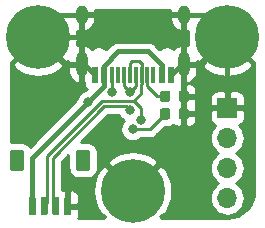
<source format=gtl>
G04 #@! TF.GenerationSoftware,KiCad,Pcbnew,(5.1.4)-1*
G04 #@! TF.CreationDate,2020-02-17T01:36:26-08:00*
G04 #@! TF.ProjectId,daughterboard,64617567-6874-4657-9262-6f6172642e6b,rev?*
G04 #@! TF.SameCoordinates,Original*
G04 #@! TF.FileFunction,Copper,L1,Top*
G04 #@! TF.FilePolarity,Positive*
%FSLAX46Y46*%
G04 Gerber Fmt 4.6, Leading zero omitted, Abs format (unit mm)*
G04 Created by KiCad (PCBNEW (5.1.4)-1) date 2020-02-17 01:36:26*
%MOMM*%
%LPD*%
G04 APERTURE LIST*
%ADD10R,0.600000X1.450000*%
%ADD11R,0.300000X1.450000*%
%ADD12O,1.000000X2.100000*%
%ADD13O,1.000000X1.600000*%
%ADD14C,0.800000*%
%ADD15C,5.400000*%
%ADD16C,0.100000*%
%ADD17C,0.875000*%
%ADD18R,1.700000X1.700000*%
%ADD19O,1.700000X1.700000*%
%ADD20C,0.600000*%
%ADD21C,1.200000*%
%ADD22C,0.381000*%
%ADD23C,0.254000*%
G04 APERTURE END LIST*
D10*
X7775000Y-6195000D03*
X14225000Y-6195000D03*
X8550000Y-6195000D03*
X13450000Y-6195000D03*
D11*
X12750000Y-6195000D03*
X9250000Y-6195000D03*
X12250000Y-6195000D03*
X9750000Y-6195000D03*
X11750000Y-6195000D03*
X10250000Y-6195000D03*
X10750000Y-6195000D03*
X11250000Y-6195000D03*
D12*
X15320000Y-5280000D03*
X6680000Y-5280000D03*
D13*
X15320000Y-1100000D03*
X6680000Y-1100000D03*
D14*
X20431891Y-1568109D03*
X19000000Y-975000D03*
X17568109Y-1568109D03*
X16975000Y-3000000D03*
X17568109Y-4431891D03*
X19000000Y-5025000D03*
X20431891Y-4431891D03*
X21025000Y-3000000D03*
D15*
X19000000Y-3000000D03*
D14*
X4431891Y-1568109D03*
X3000000Y-975000D03*
X1568109Y-1568109D03*
X975000Y-3000000D03*
X1568109Y-4431891D03*
X3000000Y-5025000D03*
X4431891Y-4431891D03*
X5025000Y-3000000D03*
D15*
X3000000Y-3000000D03*
D14*
X12431891Y-14568109D03*
X11000000Y-13975000D03*
X9568109Y-14568109D03*
X8975000Y-16000000D03*
X9568109Y-17431891D03*
X11000000Y-18025000D03*
X12431891Y-17431891D03*
X13025000Y-16000000D03*
D15*
X11000000Y-16000000D03*
D16*
G36*
X15560191Y-7526053D02*
G01*
X15581426Y-7529203D01*
X15602250Y-7534419D01*
X15622462Y-7541651D01*
X15641868Y-7550830D01*
X15660281Y-7561866D01*
X15677524Y-7574654D01*
X15693430Y-7589070D01*
X15707846Y-7604976D01*
X15720634Y-7622219D01*
X15731670Y-7640632D01*
X15740849Y-7660038D01*
X15748081Y-7680250D01*
X15753297Y-7701074D01*
X15756447Y-7722309D01*
X15757500Y-7743750D01*
X15757500Y-8256250D01*
X15756447Y-8277691D01*
X15753297Y-8298926D01*
X15748081Y-8319750D01*
X15740849Y-8339962D01*
X15731670Y-8359368D01*
X15720634Y-8377781D01*
X15707846Y-8395024D01*
X15693430Y-8410930D01*
X15677524Y-8425346D01*
X15660281Y-8438134D01*
X15641868Y-8449170D01*
X15622462Y-8458349D01*
X15602250Y-8465581D01*
X15581426Y-8470797D01*
X15560191Y-8473947D01*
X15538750Y-8475000D01*
X15101250Y-8475000D01*
X15079809Y-8473947D01*
X15058574Y-8470797D01*
X15037750Y-8465581D01*
X15017538Y-8458349D01*
X14998132Y-8449170D01*
X14979719Y-8438134D01*
X14962476Y-8425346D01*
X14946570Y-8410930D01*
X14932154Y-8395024D01*
X14919366Y-8377781D01*
X14908330Y-8359368D01*
X14899151Y-8339962D01*
X14891919Y-8319750D01*
X14886703Y-8298926D01*
X14883553Y-8277691D01*
X14882500Y-8256250D01*
X14882500Y-7743750D01*
X14883553Y-7722309D01*
X14886703Y-7701074D01*
X14891919Y-7680250D01*
X14899151Y-7660038D01*
X14908330Y-7640632D01*
X14919366Y-7622219D01*
X14932154Y-7604976D01*
X14946570Y-7589070D01*
X14962476Y-7574654D01*
X14979719Y-7561866D01*
X14998132Y-7550830D01*
X15017538Y-7541651D01*
X15037750Y-7534419D01*
X15058574Y-7529203D01*
X15079809Y-7526053D01*
X15101250Y-7525000D01*
X15538750Y-7525000D01*
X15560191Y-7526053D01*
X15560191Y-7526053D01*
G37*
D17*
X15320000Y-8000000D03*
D16*
G36*
X13985191Y-7526053D02*
G01*
X14006426Y-7529203D01*
X14027250Y-7534419D01*
X14047462Y-7541651D01*
X14066868Y-7550830D01*
X14085281Y-7561866D01*
X14102524Y-7574654D01*
X14118430Y-7589070D01*
X14132846Y-7604976D01*
X14145634Y-7622219D01*
X14156670Y-7640632D01*
X14165849Y-7660038D01*
X14173081Y-7680250D01*
X14178297Y-7701074D01*
X14181447Y-7722309D01*
X14182500Y-7743750D01*
X14182500Y-8256250D01*
X14181447Y-8277691D01*
X14178297Y-8298926D01*
X14173081Y-8319750D01*
X14165849Y-8339962D01*
X14156670Y-8359368D01*
X14145634Y-8377781D01*
X14132846Y-8395024D01*
X14118430Y-8410930D01*
X14102524Y-8425346D01*
X14085281Y-8438134D01*
X14066868Y-8449170D01*
X14047462Y-8458349D01*
X14027250Y-8465581D01*
X14006426Y-8470797D01*
X13985191Y-8473947D01*
X13963750Y-8475000D01*
X13526250Y-8475000D01*
X13504809Y-8473947D01*
X13483574Y-8470797D01*
X13462750Y-8465581D01*
X13442538Y-8458349D01*
X13423132Y-8449170D01*
X13404719Y-8438134D01*
X13387476Y-8425346D01*
X13371570Y-8410930D01*
X13357154Y-8395024D01*
X13344366Y-8377781D01*
X13333330Y-8359368D01*
X13324151Y-8339962D01*
X13316919Y-8319750D01*
X13311703Y-8298926D01*
X13308553Y-8277691D01*
X13307500Y-8256250D01*
X13307500Y-7743750D01*
X13308553Y-7722309D01*
X13311703Y-7701074D01*
X13316919Y-7680250D01*
X13324151Y-7660038D01*
X13333330Y-7640632D01*
X13344366Y-7622219D01*
X13357154Y-7604976D01*
X13371570Y-7589070D01*
X13387476Y-7574654D01*
X13404719Y-7561866D01*
X13423132Y-7550830D01*
X13442538Y-7541651D01*
X13462750Y-7534419D01*
X13483574Y-7529203D01*
X13504809Y-7526053D01*
X13526250Y-7525000D01*
X13963750Y-7525000D01*
X13985191Y-7526053D01*
X13985191Y-7526053D01*
G37*
D17*
X13745000Y-8000000D03*
D16*
G36*
X15560191Y-9026053D02*
G01*
X15581426Y-9029203D01*
X15602250Y-9034419D01*
X15622462Y-9041651D01*
X15641868Y-9050830D01*
X15660281Y-9061866D01*
X15677524Y-9074654D01*
X15693430Y-9089070D01*
X15707846Y-9104976D01*
X15720634Y-9122219D01*
X15731670Y-9140632D01*
X15740849Y-9160038D01*
X15748081Y-9180250D01*
X15753297Y-9201074D01*
X15756447Y-9222309D01*
X15757500Y-9243750D01*
X15757500Y-9756250D01*
X15756447Y-9777691D01*
X15753297Y-9798926D01*
X15748081Y-9819750D01*
X15740849Y-9839962D01*
X15731670Y-9859368D01*
X15720634Y-9877781D01*
X15707846Y-9895024D01*
X15693430Y-9910930D01*
X15677524Y-9925346D01*
X15660281Y-9938134D01*
X15641868Y-9949170D01*
X15622462Y-9958349D01*
X15602250Y-9965581D01*
X15581426Y-9970797D01*
X15560191Y-9973947D01*
X15538750Y-9975000D01*
X15101250Y-9975000D01*
X15079809Y-9973947D01*
X15058574Y-9970797D01*
X15037750Y-9965581D01*
X15017538Y-9958349D01*
X14998132Y-9949170D01*
X14979719Y-9938134D01*
X14962476Y-9925346D01*
X14946570Y-9910930D01*
X14932154Y-9895024D01*
X14919366Y-9877781D01*
X14908330Y-9859368D01*
X14899151Y-9839962D01*
X14891919Y-9819750D01*
X14886703Y-9798926D01*
X14883553Y-9777691D01*
X14882500Y-9756250D01*
X14882500Y-9243750D01*
X14883553Y-9222309D01*
X14886703Y-9201074D01*
X14891919Y-9180250D01*
X14899151Y-9160038D01*
X14908330Y-9140632D01*
X14919366Y-9122219D01*
X14932154Y-9104976D01*
X14946570Y-9089070D01*
X14962476Y-9074654D01*
X14979719Y-9061866D01*
X14998132Y-9050830D01*
X15017538Y-9041651D01*
X15037750Y-9034419D01*
X15058574Y-9029203D01*
X15079809Y-9026053D01*
X15101250Y-9025000D01*
X15538750Y-9025000D01*
X15560191Y-9026053D01*
X15560191Y-9026053D01*
G37*
D17*
X15320000Y-9500000D03*
D16*
G36*
X13985191Y-9026053D02*
G01*
X14006426Y-9029203D01*
X14027250Y-9034419D01*
X14047462Y-9041651D01*
X14066868Y-9050830D01*
X14085281Y-9061866D01*
X14102524Y-9074654D01*
X14118430Y-9089070D01*
X14132846Y-9104976D01*
X14145634Y-9122219D01*
X14156670Y-9140632D01*
X14165849Y-9160038D01*
X14173081Y-9180250D01*
X14178297Y-9201074D01*
X14181447Y-9222309D01*
X14182500Y-9243750D01*
X14182500Y-9756250D01*
X14181447Y-9777691D01*
X14178297Y-9798926D01*
X14173081Y-9819750D01*
X14165849Y-9839962D01*
X14156670Y-9859368D01*
X14145634Y-9877781D01*
X14132846Y-9895024D01*
X14118430Y-9910930D01*
X14102524Y-9925346D01*
X14085281Y-9938134D01*
X14066868Y-9949170D01*
X14047462Y-9958349D01*
X14027250Y-9965581D01*
X14006426Y-9970797D01*
X13985191Y-9973947D01*
X13963750Y-9975000D01*
X13526250Y-9975000D01*
X13504809Y-9973947D01*
X13483574Y-9970797D01*
X13462750Y-9965581D01*
X13442538Y-9958349D01*
X13423132Y-9949170D01*
X13404719Y-9938134D01*
X13387476Y-9925346D01*
X13371570Y-9910930D01*
X13357154Y-9895024D01*
X13344366Y-9877781D01*
X13333330Y-9859368D01*
X13324151Y-9839962D01*
X13316919Y-9819750D01*
X13311703Y-9798926D01*
X13308553Y-9777691D01*
X13307500Y-9756250D01*
X13307500Y-9243750D01*
X13308553Y-9222309D01*
X13311703Y-9201074D01*
X13316919Y-9180250D01*
X13324151Y-9160038D01*
X13333330Y-9140632D01*
X13344366Y-9122219D01*
X13357154Y-9104976D01*
X13371570Y-9089070D01*
X13387476Y-9074654D01*
X13404719Y-9061866D01*
X13423132Y-9050830D01*
X13442538Y-9041651D01*
X13462750Y-9034419D01*
X13483574Y-9029203D01*
X13504809Y-9026053D01*
X13526250Y-9025000D01*
X13963750Y-9025000D01*
X13985191Y-9026053D01*
X13985191Y-9026053D01*
G37*
D17*
X13745000Y-9500000D03*
D18*
X19000000Y-9000000D03*
D19*
X19000000Y-11540000D03*
X19000000Y-14080000D03*
X19000000Y-16620000D03*
D16*
G36*
X5664703Y-16525722D02*
G01*
X5679264Y-16527882D01*
X5693543Y-16531459D01*
X5707403Y-16536418D01*
X5720710Y-16542712D01*
X5733336Y-16550280D01*
X5745159Y-16559048D01*
X5756066Y-16568934D01*
X5765952Y-16579841D01*
X5774720Y-16591664D01*
X5782288Y-16604290D01*
X5788582Y-16617597D01*
X5793541Y-16631457D01*
X5797118Y-16645736D01*
X5799278Y-16660297D01*
X5800000Y-16675000D01*
X5800000Y-17925000D01*
X5799278Y-17939703D01*
X5797118Y-17954264D01*
X5793541Y-17968543D01*
X5788582Y-17982403D01*
X5782288Y-17995710D01*
X5774720Y-18008336D01*
X5765952Y-18020159D01*
X5756066Y-18031066D01*
X5745159Y-18040952D01*
X5733336Y-18049720D01*
X5720710Y-18057288D01*
X5707403Y-18063582D01*
X5693543Y-18068541D01*
X5679264Y-18072118D01*
X5664703Y-18074278D01*
X5650000Y-18075000D01*
X5350000Y-18075000D01*
X5335297Y-18074278D01*
X5320736Y-18072118D01*
X5306457Y-18068541D01*
X5292597Y-18063582D01*
X5279290Y-18057288D01*
X5266664Y-18049720D01*
X5254841Y-18040952D01*
X5243934Y-18031066D01*
X5234048Y-18020159D01*
X5225280Y-18008336D01*
X5217712Y-17995710D01*
X5211418Y-17982403D01*
X5206459Y-17968543D01*
X5202882Y-17954264D01*
X5200722Y-17939703D01*
X5200000Y-17925000D01*
X5200000Y-16675000D01*
X5200722Y-16660297D01*
X5202882Y-16645736D01*
X5206459Y-16631457D01*
X5211418Y-16617597D01*
X5217712Y-16604290D01*
X5225280Y-16591664D01*
X5234048Y-16579841D01*
X5243934Y-16568934D01*
X5254841Y-16559048D01*
X5266664Y-16550280D01*
X5279290Y-16542712D01*
X5292597Y-16536418D01*
X5306457Y-16531459D01*
X5320736Y-16527882D01*
X5335297Y-16525722D01*
X5350000Y-16525000D01*
X5650000Y-16525000D01*
X5664703Y-16525722D01*
X5664703Y-16525722D01*
G37*
D20*
X5500000Y-17300000D03*
D16*
G36*
X4664703Y-16525722D02*
G01*
X4679264Y-16527882D01*
X4693543Y-16531459D01*
X4707403Y-16536418D01*
X4720710Y-16542712D01*
X4733336Y-16550280D01*
X4745159Y-16559048D01*
X4756066Y-16568934D01*
X4765952Y-16579841D01*
X4774720Y-16591664D01*
X4782288Y-16604290D01*
X4788582Y-16617597D01*
X4793541Y-16631457D01*
X4797118Y-16645736D01*
X4799278Y-16660297D01*
X4800000Y-16675000D01*
X4800000Y-17925000D01*
X4799278Y-17939703D01*
X4797118Y-17954264D01*
X4793541Y-17968543D01*
X4788582Y-17982403D01*
X4782288Y-17995710D01*
X4774720Y-18008336D01*
X4765952Y-18020159D01*
X4756066Y-18031066D01*
X4745159Y-18040952D01*
X4733336Y-18049720D01*
X4720710Y-18057288D01*
X4707403Y-18063582D01*
X4693543Y-18068541D01*
X4679264Y-18072118D01*
X4664703Y-18074278D01*
X4650000Y-18075000D01*
X4350000Y-18075000D01*
X4335297Y-18074278D01*
X4320736Y-18072118D01*
X4306457Y-18068541D01*
X4292597Y-18063582D01*
X4279290Y-18057288D01*
X4266664Y-18049720D01*
X4254841Y-18040952D01*
X4243934Y-18031066D01*
X4234048Y-18020159D01*
X4225280Y-18008336D01*
X4217712Y-17995710D01*
X4211418Y-17982403D01*
X4206459Y-17968543D01*
X4202882Y-17954264D01*
X4200722Y-17939703D01*
X4200000Y-17925000D01*
X4200000Y-16675000D01*
X4200722Y-16660297D01*
X4202882Y-16645736D01*
X4206459Y-16631457D01*
X4211418Y-16617597D01*
X4217712Y-16604290D01*
X4225280Y-16591664D01*
X4234048Y-16579841D01*
X4243934Y-16568934D01*
X4254841Y-16559048D01*
X4266664Y-16550280D01*
X4279290Y-16542712D01*
X4292597Y-16536418D01*
X4306457Y-16531459D01*
X4320736Y-16527882D01*
X4335297Y-16525722D01*
X4350000Y-16525000D01*
X4650000Y-16525000D01*
X4664703Y-16525722D01*
X4664703Y-16525722D01*
G37*
D20*
X4500000Y-17300000D03*
D16*
G36*
X3664703Y-16525722D02*
G01*
X3679264Y-16527882D01*
X3693543Y-16531459D01*
X3707403Y-16536418D01*
X3720710Y-16542712D01*
X3733336Y-16550280D01*
X3745159Y-16559048D01*
X3756066Y-16568934D01*
X3765952Y-16579841D01*
X3774720Y-16591664D01*
X3782288Y-16604290D01*
X3788582Y-16617597D01*
X3793541Y-16631457D01*
X3797118Y-16645736D01*
X3799278Y-16660297D01*
X3800000Y-16675000D01*
X3800000Y-17925000D01*
X3799278Y-17939703D01*
X3797118Y-17954264D01*
X3793541Y-17968543D01*
X3788582Y-17982403D01*
X3782288Y-17995710D01*
X3774720Y-18008336D01*
X3765952Y-18020159D01*
X3756066Y-18031066D01*
X3745159Y-18040952D01*
X3733336Y-18049720D01*
X3720710Y-18057288D01*
X3707403Y-18063582D01*
X3693543Y-18068541D01*
X3679264Y-18072118D01*
X3664703Y-18074278D01*
X3650000Y-18075000D01*
X3350000Y-18075000D01*
X3335297Y-18074278D01*
X3320736Y-18072118D01*
X3306457Y-18068541D01*
X3292597Y-18063582D01*
X3279290Y-18057288D01*
X3266664Y-18049720D01*
X3254841Y-18040952D01*
X3243934Y-18031066D01*
X3234048Y-18020159D01*
X3225280Y-18008336D01*
X3217712Y-17995710D01*
X3211418Y-17982403D01*
X3206459Y-17968543D01*
X3202882Y-17954264D01*
X3200722Y-17939703D01*
X3200000Y-17925000D01*
X3200000Y-16675000D01*
X3200722Y-16660297D01*
X3202882Y-16645736D01*
X3206459Y-16631457D01*
X3211418Y-16617597D01*
X3217712Y-16604290D01*
X3225280Y-16591664D01*
X3234048Y-16579841D01*
X3243934Y-16568934D01*
X3254841Y-16559048D01*
X3266664Y-16550280D01*
X3279290Y-16542712D01*
X3292597Y-16536418D01*
X3306457Y-16531459D01*
X3320736Y-16527882D01*
X3335297Y-16525722D01*
X3350000Y-16525000D01*
X3650000Y-16525000D01*
X3664703Y-16525722D01*
X3664703Y-16525722D01*
G37*
D20*
X3500000Y-17300000D03*
D16*
G36*
X2664703Y-16525722D02*
G01*
X2679264Y-16527882D01*
X2693543Y-16531459D01*
X2707403Y-16536418D01*
X2720710Y-16542712D01*
X2733336Y-16550280D01*
X2745159Y-16559048D01*
X2756066Y-16568934D01*
X2765952Y-16579841D01*
X2774720Y-16591664D01*
X2782288Y-16604290D01*
X2788582Y-16617597D01*
X2793541Y-16631457D01*
X2797118Y-16645736D01*
X2799278Y-16660297D01*
X2800000Y-16675000D01*
X2800000Y-17925000D01*
X2799278Y-17939703D01*
X2797118Y-17954264D01*
X2793541Y-17968543D01*
X2788582Y-17982403D01*
X2782288Y-17995710D01*
X2774720Y-18008336D01*
X2765952Y-18020159D01*
X2756066Y-18031066D01*
X2745159Y-18040952D01*
X2733336Y-18049720D01*
X2720710Y-18057288D01*
X2707403Y-18063582D01*
X2693543Y-18068541D01*
X2679264Y-18072118D01*
X2664703Y-18074278D01*
X2650000Y-18075000D01*
X2350000Y-18075000D01*
X2335297Y-18074278D01*
X2320736Y-18072118D01*
X2306457Y-18068541D01*
X2292597Y-18063582D01*
X2279290Y-18057288D01*
X2266664Y-18049720D01*
X2254841Y-18040952D01*
X2243934Y-18031066D01*
X2234048Y-18020159D01*
X2225280Y-18008336D01*
X2217712Y-17995710D01*
X2211418Y-17982403D01*
X2206459Y-17968543D01*
X2202882Y-17954264D01*
X2200722Y-17939703D01*
X2200000Y-17925000D01*
X2200000Y-16675000D01*
X2200722Y-16660297D01*
X2202882Y-16645736D01*
X2206459Y-16631457D01*
X2211418Y-16617597D01*
X2217712Y-16604290D01*
X2225280Y-16591664D01*
X2234048Y-16579841D01*
X2243934Y-16568934D01*
X2254841Y-16559048D01*
X2266664Y-16550280D01*
X2279290Y-16542712D01*
X2292597Y-16536418D01*
X2306457Y-16531459D01*
X2320736Y-16527882D01*
X2335297Y-16525722D01*
X2350000Y-16525000D01*
X2650000Y-16525000D01*
X2664703Y-16525722D01*
X2664703Y-16525722D01*
G37*
D20*
X2500000Y-17300000D03*
D16*
G36*
X7174505Y-12526204D02*
G01*
X7198773Y-12529804D01*
X7222572Y-12535765D01*
X7245671Y-12544030D01*
X7267850Y-12554520D01*
X7288893Y-12567132D01*
X7308599Y-12581747D01*
X7326777Y-12598223D01*
X7343253Y-12616401D01*
X7357868Y-12636107D01*
X7370480Y-12657150D01*
X7380970Y-12679329D01*
X7389235Y-12702428D01*
X7395196Y-12726227D01*
X7398796Y-12750495D01*
X7400000Y-12774999D01*
X7400000Y-14075001D01*
X7398796Y-14099505D01*
X7395196Y-14123773D01*
X7389235Y-14147572D01*
X7380970Y-14170671D01*
X7370480Y-14192850D01*
X7357868Y-14213893D01*
X7343253Y-14233599D01*
X7326777Y-14251777D01*
X7308599Y-14268253D01*
X7288893Y-14282868D01*
X7267850Y-14295480D01*
X7245671Y-14305970D01*
X7222572Y-14314235D01*
X7198773Y-14320196D01*
X7174505Y-14323796D01*
X7150001Y-14325000D01*
X6449999Y-14325000D01*
X6425495Y-14323796D01*
X6401227Y-14320196D01*
X6377428Y-14314235D01*
X6354329Y-14305970D01*
X6332150Y-14295480D01*
X6311107Y-14282868D01*
X6291401Y-14268253D01*
X6273223Y-14251777D01*
X6256747Y-14233599D01*
X6242132Y-14213893D01*
X6229520Y-14192850D01*
X6219030Y-14170671D01*
X6210765Y-14147572D01*
X6204804Y-14123773D01*
X6201204Y-14099505D01*
X6200000Y-14075001D01*
X6200000Y-12774999D01*
X6201204Y-12750495D01*
X6204804Y-12726227D01*
X6210765Y-12702428D01*
X6219030Y-12679329D01*
X6229520Y-12657150D01*
X6242132Y-12636107D01*
X6256747Y-12616401D01*
X6273223Y-12598223D01*
X6291401Y-12581747D01*
X6311107Y-12567132D01*
X6332150Y-12554520D01*
X6354329Y-12544030D01*
X6377428Y-12535765D01*
X6401227Y-12529804D01*
X6425495Y-12526204D01*
X6449999Y-12525000D01*
X7150001Y-12525000D01*
X7174505Y-12526204D01*
X7174505Y-12526204D01*
G37*
D21*
X6800000Y-13425000D03*
D16*
G36*
X1574505Y-12526204D02*
G01*
X1598773Y-12529804D01*
X1622572Y-12535765D01*
X1645671Y-12544030D01*
X1667850Y-12554520D01*
X1688893Y-12567132D01*
X1708599Y-12581747D01*
X1726777Y-12598223D01*
X1743253Y-12616401D01*
X1757868Y-12636107D01*
X1770480Y-12657150D01*
X1780970Y-12679329D01*
X1789235Y-12702428D01*
X1795196Y-12726227D01*
X1798796Y-12750495D01*
X1800000Y-12774999D01*
X1800000Y-14075001D01*
X1798796Y-14099505D01*
X1795196Y-14123773D01*
X1789235Y-14147572D01*
X1780970Y-14170671D01*
X1770480Y-14192850D01*
X1757868Y-14213893D01*
X1743253Y-14233599D01*
X1726777Y-14251777D01*
X1708599Y-14268253D01*
X1688893Y-14282868D01*
X1667850Y-14295480D01*
X1645671Y-14305970D01*
X1622572Y-14314235D01*
X1598773Y-14320196D01*
X1574505Y-14323796D01*
X1550001Y-14325000D01*
X849999Y-14325000D01*
X825495Y-14323796D01*
X801227Y-14320196D01*
X777428Y-14314235D01*
X754329Y-14305970D01*
X732150Y-14295480D01*
X711107Y-14282868D01*
X691401Y-14268253D01*
X673223Y-14251777D01*
X656747Y-14233599D01*
X642132Y-14213893D01*
X629520Y-14192850D01*
X619030Y-14170671D01*
X610765Y-14147572D01*
X604804Y-14123773D01*
X601204Y-14099505D01*
X600000Y-14075001D01*
X600000Y-12774999D01*
X601204Y-12750495D01*
X604804Y-12726227D01*
X610765Y-12702428D01*
X619030Y-12679329D01*
X629520Y-12657150D01*
X642132Y-12636107D01*
X656747Y-12616401D01*
X673223Y-12598223D01*
X691401Y-12581747D01*
X711107Y-12567132D01*
X732150Y-12554520D01*
X754329Y-12544030D01*
X777428Y-12535765D01*
X801227Y-12529804D01*
X825495Y-12526204D01*
X849999Y-12525000D01*
X1550001Y-12525000D01*
X1574505Y-12526204D01*
X1574505Y-12526204D01*
G37*
D21*
X1200000Y-13425000D03*
D14*
X10750000Y-7674000D03*
X10750000Y-9150000D03*
X11700000Y-10000000D03*
X7251831Y-8451831D03*
X11000000Y-10800000D03*
X9250000Y-7674001D03*
D22*
X6860000Y-5280000D02*
X7775000Y-6195000D01*
X6680000Y-5280000D02*
X6860000Y-5280000D01*
X15140000Y-5280000D02*
X14225000Y-6195000D01*
X15320000Y-5280000D02*
X15140000Y-5280000D01*
X19000000Y-3000000D02*
X19000000Y-6600000D01*
X19000000Y-3000000D02*
X21200000Y-5200000D01*
X21200000Y-5200000D02*
X21200000Y-5600000D01*
X17100000Y-1100000D02*
X15320000Y-1100000D01*
X19000000Y-3000000D02*
X17100000Y-1100000D01*
X4900000Y-1100000D02*
X6680000Y-1100000D01*
X3000000Y-3000000D02*
X4900000Y-1100000D01*
X3000000Y-3000000D02*
X6500000Y-3000000D01*
X3000000Y-3000000D02*
X900000Y-5100000D01*
X900000Y-5100000D02*
X800000Y-5200000D01*
X800000Y-5200000D02*
X800000Y-5500000D01*
D23*
X10250000Y-7174000D02*
X10750000Y-7674000D01*
X10250000Y-6195000D02*
X10250000Y-7174000D01*
X11250000Y-7174000D02*
X11250000Y-6195000D01*
X10750000Y-7674000D02*
X11250000Y-7174000D01*
X10461411Y-8861411D02*
X10750000Y-9150000D01*
X8585181Y-8861411D02*
X10461411Y-8861411D01*
X4500000Y-17300000D02*
X4228600Y-17028600D01*
X4228600Y-17028600D02*
X4228600Y-13217992D01*
X4228600Y-13217992D02*
X8585181Y-8861411D01*
X10750000Y-6195000D02*
X10750000Y-5225638D01*
X11750000Y-5216000D02*
X11750000Y-6195000D01*
X11750000Y-6950000D02*
X11750000Y-6195000D01*
X11730201Y-7769799D02*
X11730201Y-6969799D01*
X11095799Y-8404201D02*
X11730201Y-7769799D01*
X3771400Y-17028600D02*
X3771400Y-13028600D01*
X3500000Y-17300000D02*
X3771400Y-17028600D01*
X11730201Y-6969799D02*
X11750000Y-6950000D01*
X8395799Y-8404201D02*
X11095799Y-8404201D01*
X3771400Y-13028600D02*
X8395799Y-8404201D01*
X10750000Y-5225638D02*
X10975638Y-5000000D01*
X11740362Y-5216000D02*
X11750000Y-5216000D01*
X11524362Y-5000000D02*
X11740362Y-5216000D01*
X10975638Y-5000000D02*
X11524362Y-5000000D01*
X11700000Y-9024000D02*
X11700000Y-10000000D01*
X11095799Y-8404201D02*
X11700000Y-9008402D01*
X11700000Y-9008402D02*
X11700000Y-9024000D01*
D22*
X8550000Y-5426299D02*
X9776299Y-4200000D01*
X8550000Y-6195000D02*
X8550000Y-5426299D01*
X12276322Y-4200000D02*
X9776299Y-4200000D01*
X13450000Y-5373678D02*
X12276322Y-4200000D01*
X13450000Y-6195000D02*
X13450000Y-5373678D01*
X2500000Y-16425000D02*
X2500000Y-17300000D01*
X2500000Y-13203662D02*
X2500000Y-16425000D01*
X8550000Y-6195000D02*
X8550000Y-7153662D01*
X8550000Y-7153662D02*
X7251831Y-8451831D01*
X7251831Y-8451831D02*
X2500000Y-13203662D01*
D23*
X13207500Y-8000000D02*
X13745000Y-8000000D01*
X13076000Y-8000000D02*
X13207500Y-8000000D01*
X12250000Y-7174000D02*
X13076000Y-8000000D01*
X12250000Y-6195000D02*
X12250000Y-7174000D01*
X13745000Y-9500000D02*
X12445000Y-10800000D01*
X12445000Y-10800000D02*
X11000000Y-10800000D01*
X9250000Y-6195000D02*
X9250000Y-7750000D01*
X9250000Y-7750000D02*
X9250000Y-7674001D01*
G36*
X14185000Y-973000D02*
G01*
X15193000Y-973000D01*
X15193000Y-953000D01*
X15447000Y-953000D01*
X15447000Y-973000D01*
X15467000Y-973000D01*
X15467000Y-1227000D01*
X15447000Y-1227000D01*
X15447000Y-2367954D01*
X15621874Y-2494119D01*
X15701787Y-2465520D01*
X15648866Y-2995431D01*
X15712366Y-3649293D01*
X15718787Y-3670564D01*
X15621874Y-3635881D01*
X15447000Y-3762046D01*
X15447000Y-5153000D01*
X16455000Y-5153000D01*
X16455000Y-5029098D01*
X16654626Y-5165769D01*
X18820395Y-3000000D01*
X18806253Y-2985858D01*
X18985858Y-2806253D01*
X19000000Y-2820395D01*
X19014143Y-2806253D01*
X19193748Y-2985858D01*
X19179605Y-3000000D01*
X19193748Y-3014143D01*
X19014143Y-3193748D01*
X19000000Y-3179605D01*
X16834231Y-5345374D01*
X17134411Y-5783828D01*
X17713356Y-6094296D01*
X18341746Y-6285852D01*
X18995431Y-6351134D01*
X19649293Y-6287634D01*
X20278203Y-6097792D01*
X20857992Y-5788904D01*
X20865589Y-5783828D01*
X21165768Y-5345376D01*
X21279373Y-5458981D01*
X21290000Y-5448354D01*
X21290001Y-15965269D01*
X21243048Y-16444133D01*
X21114063Y-16871353D01*
X20904554Y-17265384D01*
X20622501Y-17611214D01*
X20278651Y-17895672D01*
X19886093Y-18107927D01*
X19459788Y-18239891D01*
X18983036Y-18290000D01*
X13448354Y-18290000D01*
X13458981Y-18279373D01*
X13345376Y-18165768D01*
X13783828Y-17865589D01*
X14094296Y-17286644D01*
X14285852Y-16658254D01*
X14351134Y-16004569D01*
X14287634Y-15350707D01*
X14097792Y-14721797D01*
X13788904Y-14142008D01*
X13783828Y-14134411D01*
X13345374Y-13834231D01*
X11179605Y-16000000D01*
X11193748Y-16014143D01*
X11014143Y-16193748D01*
X11000000Y-16179605D01*
X10985858Y-16193748D01*
X10806253Y-16014143D01*
X10820395Y-16000000D01*
X8654626Y-13834231D01*
X8216172Y-14134411D01*
X7905704Y-14713356D01*
X7714148Y-15341746D01*
X7648866Y-15995431D01*
X7712366Y-16649293D01*
X7902208Y-17278203D01*
X8211096Y-17857992D01*
X8216172Y-17865589D01*
X8654624Y-18165768D01*
X8541019Y-18279373D01*
X8551646Y-18290000D01*
X6398354Y-18290000D01*
X6425812Y-18199482D01*
X6438072Y-18075000D01*
X6435000Y-17585750D01*
X6276250Y-17427000D01*
X5627000Y-17427000D01*
X5627000Y-17447000D01*
X5438072Y-17447000D01*
X5438072Y-16675000D01*
X5422929Y-16521255D01*
X5378084Y-16373418D01*
X5373000Y-16363907D01*
X5373000Y-16048750D01*
X5627000Y-16048750D01*
X5627000Y-17173000D01*
X6276250Y-17173000D01*
X6435000Y-17014250D01*
X6438072Y-16525000D01*
X6425812Y-16400518D01*
X6389502Y-16280820D01*
X6330537Y-16170506D01*
X6251185Y-16073815D01*
X6154494Y-15994463D01*
X6044180Y-15935498D01*
X5924482Y-15899188D01*
X5800000Y-15886928D01*
X5785750Y-15890000D01*
X5627000Y-16048750D01*
X5373000Y-16048750D01*
X5214250Y-15890000D01*
X5200000Y-15886928D01*
X5075518Y-15899188D01*
X4990600Y-15924948D01*
X4990600Y-13533622D01*
X5561928Y-12962294D01*
X5561928Y-14075001D01*
X5578992Y-14248255D01*
X5629528Y-14414851D01*
X5711595Y-14568387D01*
X5822038Y-14702962D01*
X5956613Y-14813405D01*
X6110149Y-14895472D01*
X6276745Y-14946008D01*
X6449999Y-14963072D01*
X7150001Y-14963072D01*
X7323255Y-14946008D01*
X7489851Y-14895472D01*
X7643387Y-14813405D01*
X7777962Y-14702962D01*
X7888405Y-14568387D01*
X7970472Y-14414851D01*
X8021008Y-14248255D01*
X8038072Y-14075001D01*
X8038072Y-13654626D01*
X8834231Y-13654626D01*
X11000000Y-15820395D01*
X13165769Y-13654626D01*
X12865589Y-13216172D01*
X12286644Y-12905704D01*
X11658254Y-12714148D01*
X11004569Y-12648866D01*
X10350707Y-12712366D01*
X9721797Y-12902208D01*
X9142008Y-13211096D01*
X9134411Y-13216172D01*
X8834231Y-13654626D01*
X8038072Y-13654626D01*
X8038072Y-12774999D01*
X8021008Y-12601745D01*
X7970472Y-12435149D01*
X7888405Y-12281613D01*
X7777962Y-12147038D01*
X7643387Y-12036595D01*
X7489851Y-11954528D01*
X7323255Y-11903992D01*
X7150001Y-11886928D01*
X6637294Y-11886928D01*
X8900812Y-9623411D01*
X9825818Y-9623411D01*
X9832795Y-9640256D01*
X9946063Y-9809774D01*
X10090226Y-9953937D01*
X10259744Y-10067205D01*
X10266348Y-10069941D01*
X10196063Y-10140226D01*
X10082795Y-10309744D01*
X10004774Y-10498102D01*
X9965000Y-10698061D01*
X9965000Y-10901939D01*
X10004774Y-11101898D01*
X10082795Y-11290256D01*
X10196063Y-11459774D01*
X10340226Y-11603937D01*
X10509744Y-11717205D01*
X10698102Y-11795226D01*
X10898061Y-11835000D01*
X11101939Y-11835000D01*
X11301898Y-11795226D01*
X11490256Y-11717205D01*
X11659774Y-11603937D01*
X11701711Y-11562000D01*
X12407577Y-11562000D01*
X12445000Y-11565686D01*
X12482423Y-11562000D01*
X12482426Y-11562000D01*
X12594378Y-11550974D01*
X12630554Y-11540000D01*
X17507815Y-11540000D01*
X17536487Y-11831111D01*
X17621401Y-12111034D01*
X17759294Y-12369014D01*
X17944866Y-12595134D01*
X18170986Y-12780706D01*
X18225791Y-12810000D01*
X18170986Y-12839294D01*
X17944866Y-13024866D01*
X17759294Y-13250986D01*
X17621401Y-13508966D01*
X17536487Y-13788889D01*
X17507815Y-14080000D01*
X17536487Y-14371111D01*
X17621401Y-14651034D01*
X17759294Y-14909014D01*
X17944866Y-15135134D01*
X18170986Y-15320706D01*
X18225791Y-15350000D01*
X18170986Y-15379294D01*
X17944866Y-15564866D01*
X17759294Y-15790986D01*
X17621401Y-16048966D01*
X17536487Y-16328889D01*
X17507815Y-16620000D01*
X17536487Y-16911111D01*
X17621401Y-17191034D01*
X17759294Y-17449014D01*
X17944866Y-17675134D01*
X18170986Y-17860706D01*
X18428966Y-17998599D01*
X18708889Y-18083513D01*
X18927050Y-18105000D01*
X19072950Y-18105000D01*
X19291111Y-18083513D01*
X19571034Y-17998599D01*
X19829014Y-17860706D01*
X20055134Y-17675134D01*
X20240706Y-17449014D01*
X20378599Y-17191034D01*
X20463513Y-16911111D01*
X20492185Y-16620000D01*
X20463513Y-16328889D01*
X20378599Y-16048966D01*
X20240706Y-15790986D01*
X20055134Y-15564866D01*
X19829014Y-15379294D01*
X19774209Y-15350000D01*
X19829014Y-15320706D01*
X20055134Y-15135134D01*
X20240706Y-14909014D01*
X20378599Y-14651034D01*
X20463513Y-14371111D01*
X20492185Y-14080000D01*
X20463513Y-13788889D01*
X20378599Y-13508966D01*
X20240706Y-13250986D01*
X20055134Y-13024866D01*
X19829014Y-12839294D01*
X19774209Y-12810000D01*
X19829014Y-12780706D01*
X20055134Y-12595134D01*
X20240706Y-12369014D01*
X20378599Y-12111034D01*
X20463513Y-11831111D01*
X20492185Y-11540000D01*
X20463513Y-11248889D01*
X20378599Y-10968966D01*
X20240706Y-10710986D01*
X20055134Y-10484866D01*
X20025313Y-10460393D01*
X20094180Y-10439502D01*
X20204494Y-10380537D01*
X20301185Y-10301185D01*
X20380537Y-10204494D01*
X20439502Y-10094180D01*
X20475812Y-9974482D01*
X20488072Y-9850000D01*
X20485000Y-9285750D01*
X20326250Y-9127000D01*
X19127000Y-9127000D01*
X19127000Y-9147000D01*
X18873000Y-9147000D01*
X18873000Y-9127000D01*
X17673750Y-9127000D01*
X17515000Y-9285750D01*
X17511928Y-9850000D01*
X17524188Y-9974482D01*
X17560498Y-10094180D01*
X17619463Y-10204494D01*
X17698815Y-10301185D01*
X17795506Y-10380537D01*
X17905820Y-10439502D01*
X17974687Y-10460393D01*
X17944866Y-10484866D01*
X17759294Y-10710986D01*
X17621401Y-10968966D01*
X17536487Y-11248889D01*
X17507815Y-11540000D01*
X12630554Y-11540000D01*
X12738015Y-11507402D01*
X12870392Y-11436645D01*
X12986422Y-11341422D01*
X13010284Y-11312346D01*
X13709558Y-10613072D01*
X13963750Y-10613072D01*
X14130908Y-10596608D01*
X14291642Y-10547850D01*
X14439775Y-10468671D01*
X14461430Y-10450900D01*
X14528006Y-10505537D01*
X14638320Y-10564502D01*
X14758018Y-10600812D01*
X14882500Y-10613072D01*
X15034250Y-10610000D01*
X15193000Y-10451250D01*
X15193000Y-9627000D01*
X15447000Y-9627000D01*
X15447000Y-10451250D01*
X15605750Y-10610000D01*
X15757500Y-10613072D01*
X15881982Y-10600812D01*
X16001680Y-10564502D01*
X16111994Y-10505537D01*
X16208685Y-10426185D01*
X16288037Y-10329494D01*
X16347002Y-10219180D01*
X16383312Y-10099482D01*
X16395572Y-9975000D01*
X16392500Y-9785750D01*
X16233750Y-9627000D01*
X15447000Y-9627000D01*
X15193000Y-9627000D01*
X15173000Y-9627000D01*
X15173000Y-9373000D01*
X15193000Y-9373000D01*
X15193000Y-8127000D01*
X15447000Y-8127000D01*
X15447000Y-9373000D01*
X16233750Y-9373000D01*
X16392500Y-9214250D01*
X16395572Y-9025000D01*
X16383312Y-8900518D01*
X16347002Y-8780820D01*
X16330528Y-8750000D01*
X16347002Y-8719180D01*
X16383312Y-8599482D01*
X16395572Y-8475000D01*
X16392500Y-8285750D01*
X16256750Y-8150000D01*
X17511928Y-8150000D01*
X17515000Y-8714250D01*
X17673750Y-8873000D01*
X18873000Y-8873000D01*
X18873000Y-7673750D01*
X19127000Y-7673750D01*
X19127000Y-8873000D01*
X20326250Y-8873000D01*
X20485000Y-8714250D01*
X20488072Y-8150000D01*
X20475812Y-8025518D01*
X20439502Y-7905820D01*
X20380537Y-7795506D01*
X20301185Y-7698815D01*
X20204494Y-7619463D01*
X20094180Y-7560498D01*
X19974482Y-7524188D01*
X19850000Y-7511928D01*
X19285750Y-7515000D01*
X19127000Y-7673750D01*
X18873000Y-7673750D01*
X18714250Y-7515000D01*
X18150000Y-7511928D01*
X18025518Y-7524188D01*
X17905820Y-7560498D01*
X17795506Y-7619463D01*
X17698815Y-7698815D01*
X17619463Y-7795506D01*
X17560498Y-7905820D01*
X17524188Y-8025518D01*
X17511928Y-8150000D01*
X16256750Y-8150000D01*
X16233750Y-8127000D01*
X15447000Y-8127000D01*
X15193000Y-8127000D01*
X15173000Y-8127000D01*
X15173000Y-7873000D01*
X15193000Y-7873000D01*
X15193000Y-7048750D01*
X15154212Y-7009962D01*
X15163072Y-6920000D01*
X15162373Y-6820050D01*
X15193000Y-6797954D01*
X15193000Y-5407000D01*
X15447000Y-5407000D01*
X15447000Y-6797954D01*
X15592688Y-6903062D01*
X15447000Y-7048750D01*
X15447000Y-7873000D01*
X16233750Y-7873000D01*
X16392500Y-7714250D01*
X16395572Y-7525000D01*
X16383312Y-7400518D01*
X16347002Y-7280820D01*
X16288037Y-7170506D01*
X16208685Y-7073815D01*
X16111994Y-6994463D01*
X16001680Y-6935498D01*
X15881982Y-6899188D01*
X15757500Y-6886928D01*
X15723894Y-6887608D01*
X15844976Y-6844276D01*
X16032764Y-6722369D01*
X16193161Y-6566169D01*
X16320003Y-6381678D01*
X16408415Y-6175987D01*
X16455000Y-5957000D01*
X16455000Y-5407000D01*
X15447000Y-5407000D01*
X15193000Y-5407000D01*
X15173000Y-5407000D01*
X15173000Y-5153000D01*
X15193000Y-5153000D01*
X15193000Y-3762046D01*
X15018126Y-3635881D01*
X14795024Y-3715724D01*
X14607236Y-3837631D01*
X14462884Y-3978206D01*
X14344731Y-3899259D01*
X14170022Y-3826892D01*
X13984552Y-3790000D01*
X13795448Y-3790000D01*
X13609978Y-3826892D01*
X13435269Y-3899259D01*
X13278036Y-4004319D01*
X13263055Y-4019300D01*
X12888720Y-3644966D01*
X12862863Y-3613459D01*
X12737164Y-3510301D01*
X12593756Y-3433647D01*
X12438148Y-3386444D01*
X12316875Y-3374500D01*
X12316872Y-3374500D01*
X12276322Y-3370506D01*
X12235772Y-3374500D01*
X9816849Y-3374500D01*
X9776299Y-3370506D01*
X9735748Y-3374500D01*
X9735746Y-3374500D01*
X9614473Y-3386444D01*
X9465527Y-3431626D01*
X9458865Y-3433647D01*
X9315456Y-3510301D01*
X9221257Y-3587608D01*
X9221256Y-3587609D01*
X9189758Y-3613459D01*
X9163910Y-3644955D01*
X8763255Y-4045610D01*
X8721964Y-4004319D01*
X8564731Y-3899259D01*
X8390022Y-3826892D01*
X8204552Y-3790000D01*
X8015448Y-3790000D01*
X7829978Y-3826892D01*
X7655269Y-3899259D01*
X7537116Y-3978206D01*
X7392764Y-3837631D01*
X7204976Y-3715724D01*
X6981874Y-3635881D01*
X6807000Y-3762046D01*
X6807000Y-5153000D01*
X6827000Y-5153000D01*
X6827000Y-5407000D01*
X6807000Y-5407000D01*
X6807000Y-6797954D01*
X6837627Y-6820050D01*
X6836928Y-6920000D01*
X6849188Y-7044482D01*
X6885498Y-7164180D01*
X6944463Y-7274494D01*
X7023815Y-7371185D01*
X7093180Y-7428112D01*
X6949933Y-7456605D01*
X6761575Y-7534626D01*
X6592057Y-7647894D01*
X6447894Y-7792057D01*
X6334626Y-7961575D01*
X6256605Y-8149933D01*
X6224403Y-8311825D01*
X2273175Y-12263055D01*
X2177962Y-12147038D01*
X2043387Y-12036595D01*
X1889851Y-11954528D01*
X1723255Y-11903992D01*
X1550001Y-11886928D01*
X849999Y-11886928D01*
X710000Y-11900717D01*
X710000Y-5448354D01*
X720627Y-5458981D01*
X834232Y-5345376D01*
X1134411Y-5783828D01*
X1713356Y-6094296D01*
X2341746Y-6285852D01*
X2995431Y-6351134D01*
X3649293Y-6287634D01*
X4278203Y-6097792D01*
X4857992Y-5788904D01*
X4865589Y-5783828D01*
X5123577Y-5407000D01*
X5545000Y-5407000D01*
X5545000Y-5957000D01*
X5591585Y-6175987D01*
X5679997Y-6381678D01*
X5806839Y-6566169D01*
X5967236Y-6722369D01*
X6155024Y-6844276D01*
X6378126Y-6924119D01*
X6553000Y-6797954D01*
X6553000Y-5407000D01*
X5545000Y-5407000D01*
X5123577Y-5407000D01*
X5165769Y-5345374D01*
X3000000Y-3179605D01*
X2985858Y-3193748D01*
X2806253Y-3014143D01*
X2820395Y-3000000D01*
X2806253Y-2985858D01*
X2985858Y-2806253D01*
X3000000Y-2820395D01*
X3014143Y-2806253D01*
X3193748Y-2985858D01*
X3179605Y-3000000D01*
X5345374Y-5165769D01*
X5545000Y-5029098D01*
X5545000Y-5153000D01*
X6553000Y-5153000D01*
X6553000Y-3762046D01*
X6378126Y-3635881D01*
X6282208Y-3670208D01*
X6285852Y-3658254D01*
X6351134Y-3004569D01*
X6298805Y-2465732D01*
X6378126Y-2494119D01*
X6553000Y-2367954D01*
X6553000Y-1227000D01*
X6807000Y-1227000D01*
X6807000Y-2367954D01*
X6981874Y-2494119D01*
X7204976Y-2414276D01*
X7392764Y-2292369D01*
X7553161Y-2136169D01*
X7680003Y-1951678D01*
X7768415Y-1745987D01*
X7815000Y-1527000D01*
X7815000Y-1227000D01*
X14185000Y-1227000D01*
X14185000Y-1527000D01*
X14231585Y-1745987D01*
X14319997Y-1951678D01*
X14446839Y-2136169D01*
X14607236Y-2292369D01*
X14795024Y-2414276D01*
X15018126Y-2494119D01*
X15193000Y-2367954D01*
X15193000Y-1227000D01*
X14185000Y-1227000D01*
X7815000Y-1227000D01*
X6807000Y-1227000D01*
X6553000Y-1227000D01*
X6533000Y-1227000D01*
X6533000Y-973000D01*
X6553000Y-973000D01*
X6553000Y-953000D01*
X6807000Y-953000D01*
X6807000Y-973000D01*
X7815000Y-973000D01*
X7815000Y-710000D01*
X14185000Y-710000D01*
X14185000Y-973000D01*
X14185000Y-973000D01*
G37*
X14185000Y-973000D02*
X15193000Y-973000D01*
X15193000Y-953000D01*
X15447000Y-953000D01*
X15447000Y-973000D01*
X15467000Y-973000D01*
X15467000Y-1227000D01*
X15447000Y-1227000D01*
X15447000Y-2367954D01*
X15621874Y-2494119D01*
X15701787Y-2465520D01*
X15648866Y-2995431D01*
X15712366Y-3649293D01*
X15718787Y-3670564D01*
X15621874Y-3635881D01*
X15447000Y-3762046D01*
X15447000Y-5153000D01*
X16455000Y-5153000D01*
X16455000Y-5029098D01*
X16654626Y-5165769D01*
X18820395Y-3000000D01*
X18806253Y-2985858D01*
X18985858Y-2806253D01*
X19000000Y-2820395D01*
X19014143Y-2806253D01*
X19193748Y-2985858D01*
X19179605Y-3000000D01*
X19193748Y-3014143D01*
X19014143Y-3193748D01*
X19000000Y-3179605D01*
X16834231Y-5345374D01*
X17134411Y-5783828D01*
X17713356Y-6094296D01*
X18341746Y-6285852D01*
X18995431Y-6351134D01*
X19649293Y-6287634D01*
X20278203Y-6097792D01*
X20857992Y-5788904D01*
X20865589Y-5783828D01*
X21165768Y-5345376D01*
X21279373Y-5458981D01*
X21290000Y-5448354D01*
X21290001Y-15965269D01*
X21243048Y-16444133D01*
X21114063Y-16871353D01*
X20904554Y-17265384D01*
X20622501Y-17611214D01*
X20278651Y-17895672D01*
X19886093Y-18107927D01*
X19459788Y-18239891D01*
X18983036Y-18290000D01*
X13448354Y-18290000D01*
X13458981Y-18279373D01*
X13345376Y-18165768D01*
X13783828Y-17865589D01*
X14094296Y-17286644D01*
X14285852Y-16658254D01*
X14351134Y-16004569D01*
X14287634Y-15350707D01*
X14097792Y-14721797D01*
X13788904Y-14142008D01*
X13783828Y-14134411D01*
X13345374Y-13834231D01*
X11179605Y-16000000D01*
X11193748Y-16014143D01*
X11014143Y-16193748D01*
X11000000Y-16179605D01*
X10985858Y-16193748D01*
X10806253Y-16014143D01*
X10820395Y-16000000D01*
X8654626Y-13834231D01*
X8216172Y-14134411D01*
X7905704Y-14713356D01*
X7714148Y-15341746D01*
X7648866Y-15995431D01*
X7712366Y-16649293D01*
X7902208Y-17278203D01*
X8211096Y-17857992D01*
X8216172Y-17865589D01*
X8654624Y-18165768D01*
X8541019Y-18279373D01*
X8551646Y-18290000D01*
X6398354Y-18290000D01*
X6425812Y-18199482D01*
X6438072Y-18075000D01*
X6435000Y-17585750D01*
X6276250Y-17427000D01*
X5627000Y-17427000D01*
X5627000Y-17447000D01*
X5438072Y-17447000D01*
X5438072Y-16675000D01*
X5422929Y-16521255D01*
X5378084Y-16373418D01*
X5373000Y-16363907D01*
X5373000Y-16048750D01*
X5627000Y-16048750D01*
X5627000Y-17173000D01*
X6276250Y-17173000D01*
X6435000Y-17014250D01*
X6438072Y-16525000D01*
X6425812Y-16400518D01*
X6389502Y-16280820D01*
X6330537Y-16170506D01*
X6251185Y-16073815D01*
X6154494Y-15994463D01*
X6044180Y-15935498D01*
X5924482Y-15899188D01*
X5800000Y-15886928D01*
X5785750Y-15890000D01*
X5627000Y-16048750D01*
X5373000Y-16048750D01*
X5214250Y-15890000D01*
X5200000Y-15886928D01*
X5075518Y-15899188D01*
X4990600Y-15924948D01*
X4990600Y-13533622D01*
X5561928Y-12962294D01*
X5561928Y-14075001D01*
X5578992Y-14248255D01*
X5629528Y-14414851D01*
X5711595Y-14568387D01*
X5822038Y-14702962D01*
X5956613Y-14813405D01*
X6110149Y-14895472D01*
X6276745Y-14946008D01*
X6449999Y-14963072D01*
X7150001Y-14963072D01*
X7323255Y-14946008D01*
X7489851Y-14895472D01*
X7643387Y-14813405D01*
X7777962Y-14702962D01*
X7888405Y-14568387D01*
X7970472Y-14414851D01*
X8021008Y-14248255D01*
X8038072Y-14075001D01*
X8038072Y-13654626D01*
X8834231Y-13654626D01*
X11000000Y-15820395D01*
X13165769Y-13654626D01*
X12865589Y-13216172D01*
X12286644Y-12905704D01*
X11658254Y-12714148D01*
X11004569Y-12648866D01*
X10350707Y-12712366D01*
X9721797Y-12902208D01*
X9142008Y-13211096D01*
X9134411Y-13216172D01*
X8834231Y-13654626D01*
X8038072Y-13654626D01*
X8038072Y-12774999D01*
X8021008Y-12601745D01*
X7970472Y-12435149D01*
X7888405Y-12281613D01*
X7777962Y-12147038D01*
X7643387Y-12036595D01*
X7489851Y-11954528D01*
X7323255Y-11903992D01*
X7150001Y-11886928D01*
X6637294Y-11886928D01*
X8900812Y-9623411D01*
X9825818Y-9623411D01*
X9832795Y-9640256D01*
X9946063Y-9809774D01*
X10090226Y-9953937D01*
X10259744Y-10067205D01*
X10266348Y-10069941D01*
X10196063Y-10140226D01*
X10082795Y-10309744D01*
X10004774Y-10498102D01*
X9965000Y-10698061D01*
X9965000Y-10901939D01*
X10004774Y-11101898D01*
X10082795Y-11290256D01*
X10196063Y-11459774D01*
X10340226Y-11603937D01*
X10509744Y-11717205D01*
X10698102Y-11795226D01*
X10898061Y-11835000D01*
X11101939Y-11835000D01*
X11301898Y-11795226D01*
X11490256Y-11717205D01*
X11659774Y-11603937D01*
X11701711Y-11562000D01*
X12407577Y-11562000D01*
X12445000Y-11565686D01*
X12482423Y-11562000D01*
X12482426Y-11562000D01*
X12594378Y-11550974D01*
X12630554Y-11540000D01*
X17507815Y-11540000D01*
X17536487Y-11831111D01*
X17621401Y-12111034D01*
X17759294Y-12369014D01*
X17944866Y-12595134D01*
X18170986Y-12780706D01*
X18225791Y-12810000D01*
X18170986Y-12839294D01*
X17944866Y-13024866D01*
X17759294Y-13250986D01*
X17621401Y-13508966D01*
X17536487Y-13788889D01*
X17507815Y-14080000D01*
X17536487Y-14371111D01*
X17621401Y-14651034D01*
X17759294Y-14909014D01*
X17944866Y-15135134D01*
X18170986Y-15320706D01*
X18225791Y-15350000D01*
X18170986Y-15379294D01*
X17944866Y-15564866D01*
X17759294Y-15790986D01*
X17621401Y-16048966D01*
X17536487Y-16328889D01*
X17507815Y-16620000D01*
X17536487Y-16911111D01*
X17621401Y-17191034D01*
X17759294Y-17449014D01*
X17944866Y-17675134D01*
X18170986Y-17860706D01*
X18428966Y-17998599D01*
X18708889Y-18083513D01*
X18927050Y-18105000D01*
X19072950Y-18105000D01*
X19291111Y-18083513D01*
X19571034Y-17998599D01*
X19829014Y-17860706D01*
X20055134Y-17675134D01*
X20240706Y-17449014D01*
X20378599Y-17191034D01*
X20463513Y-16911111D01*
X20492185Y-16620000D01*
X20463513Y-16328889D01*
X20378599Y-16048966D01*
X20240706Y-15790986D01*
X20055134Y-15564866D01*
X19829014Y-15379294D01*
X19774209Y-15350000D01*
X19829014Y-15320706D01*
X20055134Y-15135134D01*
X20240706Y-14909014D01*
X20378599Y-14651034D01*
X20463513Y-14371111D01*
X20492185Y-14080000D01*
X20463513Y-13788889D01*
X20378599Y-13508966D01*
X20240706Y-13250986D01*
X20055134Y-13024866D01*
X19829014Y-12839294D01*
X19774209Y-12810000D01*
X19829014Y-12780706D01*
X20055134Y-12595134D01*
X20240706Y-12369014D01*
X20378599Y-12111034D01*
X20463513Y-11831111D01*
X20492185Y-11540000D01*
X20463513Y-11248889D01*
X20378599Y-10968966D01*
X20240706Y-10710986D01*
X20055134Y-10484866D01*
X20025313Y-10460393D01*
X20094180Y-10439502D01*
X20204494Y-10380537D01*
X20301185Y-10301185D01*
X20380537Y-10204494D01*
X20439502Y-10094180D01*
X20475812Y-9974482D01*
X20488072Y-9850000D01*
X20485000Y-9285750D01*
X20326250Y-9127000D01*
X19127000Y-9127000D01*
X19127000Y-9147000D01*
X18873000Y-9147000D01*
X18873000Y-9127000D01*
X17673750Y-9127000D01*
X17515000Y-9285750D01*
X17511928Y-9850000D01*
X17524188Y-9974482D01*
X17560498Y-10094180D01*
X17619463Y-10204494D01*
X17698815Y-10301185D01*
X17795506Y-10380537D01*
X17905820Y-10439502D01*
X17974687Y-10460393D01*
X17944866Y-10484866D01*
X17759294Y-10710986D01*
X17621401Y-10968966D01*
X17536487Y-11248889D01*
X17507815Y-11540000D01*
X12630554Y-11540000D01*
X12738015Y-11507402D01*
X12870392Y-11436645D01*
X12986422Y-11341422D01*
X13010284Y-11312346D01*
X13709558Y-10613072D01*
X13963750Y-10613072D01*
X14130908Y-10596608D01*
X14291642Y-10547850D01*
X14439775Y-10468671D01*
X14461430Y-10450900D01*
X14528006Y-10505537D01*
X14638320Y-10564502D01*
X14758018Y-10600812D01*
X14882500Y-10613072D01*
X15034250Y-10610000D01*
X15193000Y-10451250D01*
X15193000Y-9627000D01*
X15447000Y-9627000D01*
X15447000Y-10451250D01*
X15605750Y-10610000D01*
X15757500Y-10613072D01*
X15881982Y-10600812D01*
X16001680Y-10564502D01*
X16111994Y-10505537D01*
X16208685Y-10426185D01*
X16288037Y-10329494D01*
X16347002Y-10219180D01*
X16383312Y-10099482D01*
X16395572Y-9975000D01*
X16392500Y-9785750D01*
X16233750Y-9627000D01*
X15447000Y-9627000D01*
X15193000Y-9627000D01*
X15173000Y-9627000D01*
X15173000Y-9373000D01*
X15193000Y-9373000D01*
X15193000Y-8127000D01*
X15447000Y-8127000D01*
X15447000Y-9373000D01*
X16233750Y-9373000D01*
X16392500Y-9214250D01*
X16395572Y-9025000D01*
X16383312Y-8900518D01*
X16347002Y-8780820D01*
X16330528Y-8750000D01*
X16347002Y-8719180D01*
X16383312Y-8599482D01*
X16395572Y-8475000D01*
X16392500Y-8285750D01*
X16256750Y-8150000D01*
X17511928Y-8150000D01*
X17515000Y-8714250D01*
X17673750Y-8873000D01*
X18873000Y-8873000D01*
X18873000Y-7673750D01*
X19127000Y-7673750D01*
X19127000Y-8873000D01*
X20326250Y-8873000D01*
X20485000Y-8714250D01*
X20488072Y-8150000D01*
X20475812Y-8025518D01*
X20439502Y-7905820D01*
X20380537Y-7795506D01*
X20301185Y-7698815D01*
X20204494Y-7619463D01*
X20094180Y-7560498D01*
X19974482Y-7524188D01*
X19850000Y-7511928D01*
X19285750Y-7515000D01*
X19127000Y-7673750D01*
X18873000Y-7673750D01*
X18714250Y-7515000D01*
X18150000Y-7511928D01*
X18025518Y-7524188D01*
X17905820Y-7560498D01*
X17795506Y-7619463D01*
X17698815Y-7698815D01*
X17619463Y-7795506D01*
X17560498Y-7905820D01*
X17524188Y-8025518D01*
X17511928Y-8150000D01*
X16256750Y-8150000D01*
X16233750Y-8127000D01*
X15447000Y-8127000D01*
X15193000Y-8127000D01*
X15173000Y-8127000D01*
X15173000Y-7873000D01*
X15193000Y-7873000D01*
X15193000Y-7048750D01*
X15154212Y-7009962D01*
X15163072Y-6920000D01*
X15162373Y-6820050D01*
X15193000Y-6797954D01*
X15193000Y-5407000D01*
X15447000Y-5407000D01*
X15447000Y-6797954D01*
X15592688Y-6903062D01*
X15447000Y-7048750D01*
X15447000Y-7873000D01*
X16233750Y-7873000D01*
X16392500Y-7714250D01*
X16395572Y-7525000D01*
X16383312Y-7400518D01*
X16347002Y-7280820D01*
X16288037Y-7170506D01*
X16208685Y-7073815D01*
X16111994Y-6994463D01*
X16001680Y-6935498D01*
X15881982Y-6899188D01*
X15757500Y-6886928D01*
X15723894Y-6887608D01*
X15844976Y-6844276D01*
X16032764Y-6722369D01*
X16193161Y-6566169D01*
X16320003Y-6381678D01*
X16408415Y-6175987D01*
X16455000Y-5957000D01*
X16455000Y-5407000D01*
X15447000Y-5407000D01*
X15193000Y-5407000D01*
X15173000Y-5407000D01*
X15173000Y-5153000D01*
X15193000Y-5153000D01*
X15193000Y-3762046D01*
X15018126Y-3635881D01*
X14795024Y-3715724D01*
X14607236Y-3837631D01*
X14462884Y-3978206D01*
X14344731Y-3899259D01*
X14170022Y-3826892D01*
X13984552Y-3790000D01*
X13795448Y-3790000D01*
X13609978Y-3826892D01*
X13435269Y-3899259D01*
X13278036Y-4004319D01*
X13263055Y-4019300D01*
X12888720Y-3644966D01*
X12862863Y-3613459D01*
X12737164Y-3510301D01*
X12593756Y-3433647D01*
X12438148Y-3386444D01*
X12316875Y-3374500D01*
X12316872Y-3374500D01*
X12276322Y-3370506D01*
X12235772Y-3374500D01*
X9816849Y-3374500D01*
X9776299Y-3370506D01*
X9735748Y-3374500D01*
X9735746Y-3374500D01*
X9614473Y-3386444D01*
X9465527Y-3431626D01*
X9458865Y-3433647D01*
X9315456Y-3510301D01*
X9221257Y-3587608D01*
X9221256Y-3587609D01*
X9189758Y-3613459D01*
X9163910Y-3644955D01*
X8763255Y-4045610D01*
X8721964Y-4004319D01*
X8564731Y-3899259D01*
X8390022Y-3826892D01*
X8204552Y-3790000D01*
X8015448Y-3790000D01*
X7829978Y-3826892D01*
X7655269Y-3899259D01*
X7537116Y-3978206D01*
X7392764Y-3837631D01*
X7204976Y-3715724D01*
X6981874Y-3635881D01*
X6807000Y-3762046D01*
X6807000Y-5153000D01*
X6827000Y-5153000D01*
X6827000Y-5407000D01*
X6807000Y-5407000D01*
X6807000Y-6797954D01*
X6837627Y-6820050D01*
X6836928Y-6920000D01*
X6849188Y-7044482D01*
X6885498Y-7164180D01*
X6944463Y-7274494D01*
X7023815Y-7371185D01*
X7093180Y-7428112D01*
X6949933Y-7456605D01*
X6761575Y-7534626D01*
X6592057Y-7647894D01*
X6447894Y-7792057D01*
X6334626Y-7961575D01*
X6256605Y-8149933D01*
X6224403Y-8311825D01*
X2273175Y-12263055D01*
X2177962Y-12147038D01*
X2043387Y-12036595D01*
X1889851Y-11954528D01*
X1723255Y-11903992D01*
X1550001Y-11886928D01*
X849999Y-11886928D01*
X710000Y-11900717D01*
X710000Y-5448354D01*
X720627Y-5458981D01*
X834232Y-5345376D01*
X1134411Y-5783828D01*
X1713356Y-6094296D01*
X2341746Y-6285852D01*
X2995431Y-6351134D01*
X3649293Y-6287634D01*
X4278203Y-6097792D01*
X4857992Y-5788904D01*
X4865589Y-5783828D01*
X5123577Y-5407000D01*
X5545000Y-5407000D01*
X5545000Y-5957000D01*
X5591585Y-6175987D01*
X5679997Y-6381678D01*
X5806839Y-6566169D01*
X5967236Y-6722369D01*
X6155024Y-6844276D01*
X6378126Y-6924119D01*
X6553000Y-6797954D01*
X6553000Y-5407000D01*
X5545000Y-5407000D01*
X5123577Y-5407000D01*
X5165769Y-5345374D01*
X3000000Y-3179605D01*
X2985858Y-3193748D01*
X2806253Y-3014143D01*
X2820395Y-3000000D01*
X2806253Y-2985858D01*
X2985858Y-2806253D01*
X3000000Y-2820395D01*
X3014143Y-2806253D01*
X3193748Y-2985858D01*
X3179605Y-3000000D01*
X5345374Y-5165769D01*
X5545000Y-5029098D01*
X5545000Y-5153000D01*
X6553000Y-5153000D01*
X6553000Y-3762046D01*
X6378126Y-3635881D01*
X6282208Y-3670208D01*
X6285852Y-3658254D01*
X6351134Y-3004569D01*
X6298805Y-2465732D01*
X6378126Y-2494119D01*
X6553000Y-2367954D01*
X6553000Y-1227000D01*
X6807000Y-1227000D01*
X6807000Y-2367954D01*
X6981874Y-2494119D01*
X7204976Y-2414276D01*
X7392764Y-2292369D01*
X7553161Y-2136169D01*
X7680003Y-1951678D01*
X7768415Y-1745987D01*
X7815000Y-1527000D01*
X7815000Y-1227000D01*
X14185000Y-1227000D01*
X14185000Y-1527000D01*
X14231585Y-1745987D01*
X14319997Y-1951678D01*
X14446839Y-2136169D01*
X14607236Y-2292369D01*
X14795024Y-2414276D01*
X15018126Y-2494119D01*
X15193000Y-2367954D01*
X15193000Y-1227000D01*
X14185000Y-1227000D01*
X7815000Y-1227000D01*
X6807000Y-1227000D01*
X6553000Y-1227000D01*
X6533000Y-1227000D01*
X6533000Y-973000D01*
X6553000Y-973000D01*
X6553000Y-953000D01*
X6807000Y-953000D01*
X6807000Y-973000D01*
X7815000Y-973000D01*
X7815000Y-710000D01*
X14185000Y-710000D01*
X14185000Y-973000D01*
M02*

</source>
